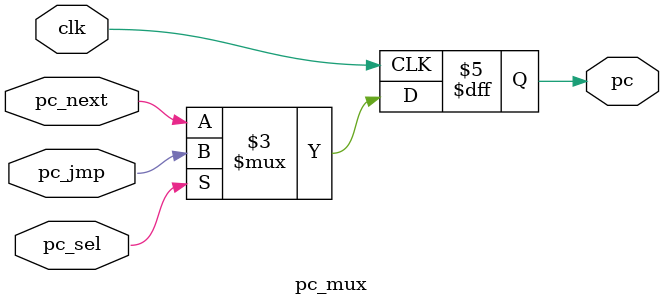
<source format=v>
module pc_mux(
    input clk, 
    input pc_next,
    input pc_jmp,
    input pc_sel,
    output reg pc
);

always @(posedge clk)
begin
    if(pc_sel)
        pc = pc_jmp;
    else
        pc = pc_next; 
end

endmodule
</source>
